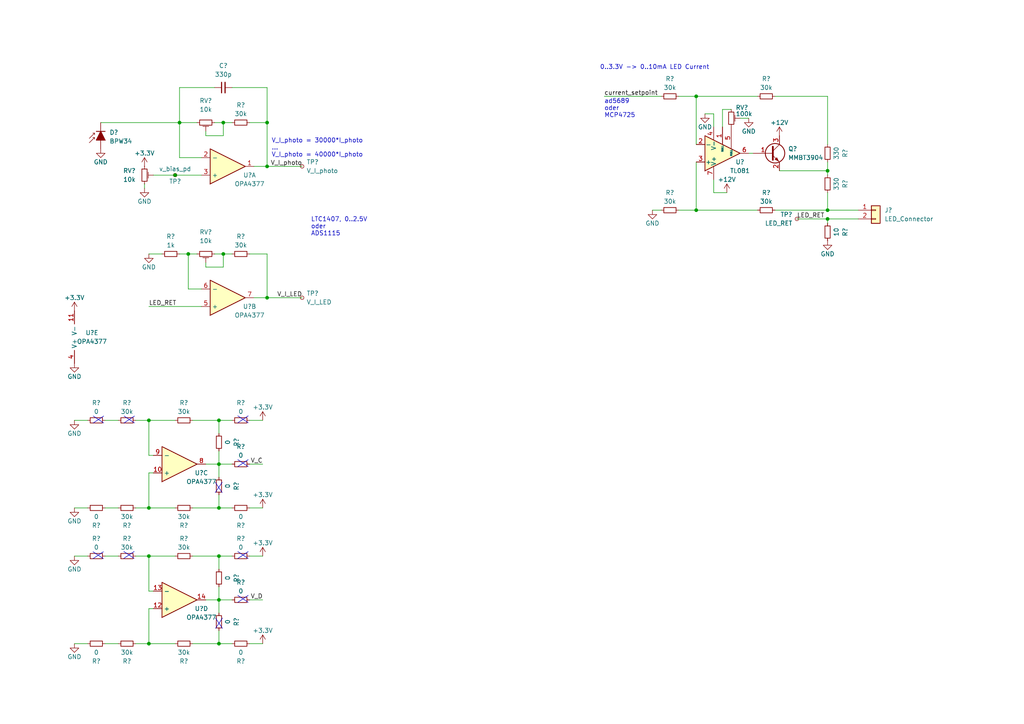
<source format=kicad_sch>
(kicad_sch (version 20211123) (generator eeschema)
  (paper "A4")
  (lib_symbols
    (symbol "Amplifier_Operational:TL081" (pin_names (offset 0.127))
      (property "Reference" "U" (at 0 6.35 0))
      (property "Value" "TL081" (at 0 3.81 0))
      (symbol "TL081_0_1"
        (polyline (pts (xy -5.08 5.08) (xy 5.08 0) (xy -5.08 -5.08) (xy -5.08 5.08)) (stroke (width 0.254)) (fill (type background)))
      )
      (symbol "TL081_1_1"
        (pin input line (at 0 -7.62 90) (length 5.08) (name "NULL") (number "1"))
        (pin input line (at -7.62 -2.54 0) (length 2.54) (name "-") (number "2"))
        (pin input line (at -7.62 2.54 0) (length 2.54) (name "+") (number "3"))
        (pin power_in line (at -2.54 -7.62 90) (length 3.81) (name "V-") (number "4"))
        (pin input line (at 2.54 -7.62 90) (length 6.35) (name "NULL") (number "5"))
        (pin output line (at 7.62 0 180) (length 2.54) (name "~") (number "6"))
        (pin power_in line (at -2.54 7.62 270) (length 3.81) (name "V+") (number "7"))
        (pin no_connect line (at 0 2.54 270) (length 2.54) hide (name "NC") (number "8"))
      )
    )
    (symbol "Connector:TestPoint_Small" (pin_numbers hide) (pin_names (offset 0.762) hide)
      (property "Reference" "TP" (at 0 3.81 0))
      (property "Value" "TestPoint_Small" (at 0 2.032 0))
      (symbol "TestPoint_Small_0_1"
        (circle (center 0 0) (radius 0.508))
      )
      (symbol "TestPoint_Small_1_1"
        (pin passive line (at 0 0 90) (length 0) (name "1") (number "1"))
      )
    )
    (symbol "Connector_Generic:Conn_01x02" (pin_names (offset 1.016) hide)
      (property "Reference" "J" (at 0 2.54 0))
      (property "Value" "Conn_01x02" (at 0 -5.08 0))
      (symbol "Conn_01x02_1_1"
        (rectangle (start -1.27 -2.413) (end 0 -2.667) (stroke (width 0.1524)))
        (rectangle (start -1.27 0.127) (end 0 -0.127) (stroke (width 0.1524)))
        (rectangle (start -1.27 1.27) (end 1.27 -3.81) (stroke (width 0.254)) (fill (type background)))
        (pin passive line (at -5.08 0 0) (length 3.81) (name "Pin_1") (number "1"))
        (pin passive line (at -5.08 -2.54 0) (length 3.81) (name "Pin_2") (number "2"))
      )
    )
    (symbol "Device:C_Small" (pin_numbers hide) (pin_names (offset 0.254) hide)
      (property "Reference" "C" (at 0.254 1.778 0))
      (property "Value" "C_Small" (at 0.254 -2.032 0))
      (symbol "C_Small_0_1"
        (polyline (pts (xy -1.524 -0.508) (xy 1.524 -0.508)) (stroke (width 0.3302)))
        (polyline (pts (xy -1.524 0.508) (xy 1.524 0.508)) (stroke (width 0.3048)))
      )
      (symbol "C_Small_1_1"
        (pin passive line (at 0 2.54 270) (length 2.032) (name "~") (number "1"))
        (pin passive line (at 0 -2.54 90) (length 2.032) (name "~") (number "2"))
      )
    )
    (symbol "Device:D_Photo_Filled" (pin_numbers hide) (pin_names hide)
      (property "Reference" "D" (at 0.508 1.778 0))
      (property "Value" "D_Photo_Filled" (at -1.016 -2.794 0))
      (symbol "D_Photo_Filled_0_1"
        (polyline (pts (xy -2.54 1.27) (xy -2.54 -1.27)) (stroke (width 0.254)))
        (polyline (pts (xy -2.032 1.778) (xy -1.524 1.778)))
        (polyline (pts (xy 0 0) (xy -2.54 0)))
        (polyline (pts (xy -0.508 3.302) (xy -2.032 1.778) (xy -2.032 2.286)))
        (polyline (pts (xy 0 -1.27) (xy 0 1.27) (xy -2.54 0) (xy 0 -1.27)) (stroke (width 0.254)) (fill (type outline)))
        (polyline (pts (xy 0.762 3.302) (xy -0.762 1.778) (xy -0.762 2.286) (xy -0.762 1.778) (xy -0.254 1.778)))
      )
      (symbol "D_Photo_Filled_1_1"
        (pin passive line (at -5.08 0 0) (length 2.54) (name "K") (number "1"))
        (pin passive line (at 2.54 0 180) (length 2.54) (name "A") (number "2"))
      )
    )
    (symbol "Device:Opamp_Quad"
      (property "Reference" "U" (at 0 5.08 0))
      (property "Value" "Opamp_Quad" (at 0 -5.08 0))
      (symbol "Opamp_Quad_1_1"
        (polyline (pts (xy -5.08 5.08) (xy 5.08 0) (xy -5.08 -5.08) (xy -5.08 5.08)) (stroke (width 0.254)) (fill (type background)))
        (pin output line (at 7.62 0 180) (length 2.54) (name "~") (number "1"))
        (pin input line (at -7.62 -2.54 0) (length 2.54) (name "-") (number "2"))
        (pin input line (at -7.62 2.54 0) (length 2.54) (name "+") (number "3"))
      )
      (symbol "Opamp_Quad_2_1"
        (polyline (pts (xy -5.08 5.08) (xy 5.08 0) (xy -5.08 -5.08) (xy -5.08 5.08)) (stroke (width 0.254)) (fill (type background)))
        (pin input line (at -7.62 2.54 0) (length 2.54) (name "+") (number "5"))
        (pin input line (at -7.62 -2.54 0) (length 2.54) (name "-") (number "6"))
        (pin output line (at 7.62 0 180) (length 2.54) (name "~") (number "7"))
      )
      (symbol "Opamp_Quad_3_1"
        (polyline (pts (xy -5.08 5.08) (xy 5.08 0) (xy -5.08 -5.08) (xy -5.08 5.08)) (stroke (width 0.254)) (fill (type background)))
        (pin input line (at -7.62 2.54 0) (length 2.54) (name "+") (number "10"))
        (pin output line (at 7.62 0 180) (length 2.54) (name "~") (number "8"))
        (pin input line (at -7.62 -2.54 0) (length 2.54) (name "-") (number "9"))
      )
      (symbol "Opamp_Quad_4_1"
        (polyline (pts (xy -5.08 5.08) (xy 5.08 0) (xy -5.08 -5.08) (xy -5.08 5.08)) (stroke (width 0.254)) (fill (type background)))
        (pin input line (at -7.62 2.54 0) (length 2.54) (name "+") (number "12"))
        (pin input line (at -7.62 -2.54 0) (length 2.54) (name "-") (number "13"))
        (pin output line (at 7.62 0 180) (length 2.54) (name "~") (number "14"))
      )
      (symbol "Opamp_Quad_5_1"
        (pin power_in line (at -2.54 -7.62 90) (length 3.81) (name "V-") (number "11"))
        (pin power_in line (at -2.54 7.62 270) (length 3.81) (name "V+") (number "4"))
      )
    )
    (symbol "Device:R_Small" (pin_numbers hide) (pin_names (offset 0.254) hide)
      (property "Reference" "R" (at 0.762 0.508 0))
      (property "Value" "R_Small" (at 0.762 -1.016 0))
      (symbol "R_Small_0_1"
        (rectangle (start -0.762 1.778) (end 0.762 -1.778) (stroke (width 0.2032)))
      )
      (symbol "R_Small_1_1"
        (pin passive line (at 0 2.54 270) (length 0.762) (name "~") (number "1"))
        (pin passive line (at 0 -2.54 90) (length 0.762) (name "~") (number "2"))
      )
    )
    (symbol "R_Potentiometer_Trim_Small_1" (pin_numbers hide) (pin_names (offset 1.016) hide)
      (property "Reference" "RV" (at -4.445 0 90))
      (property "Value" "R_Potentiometer_Trim_Small_1" (at -2.54 0 90))
      (symbol "R_Potentiometer_Trim_Small_1_0_1"
        (rectangle (start -0.76 1.78) (end 0.76 -1.78) (stroke (width 0.2032)))
        (polyline (pts (xy 0 -1.78) (xy 0 -2.54)))
        (polyline (pts (xy 0 1.78) (xy 0 2.54)))
        (polyline (pts (xy 1.0885 0.8805) (xy 1.0885 -0.8779)))
        (polyline (pts (xy 1.0941 0) (xy 2.54 0)))
      )
      (symbol "R_Potentiometer_Trim_Small_1_1_1"
        (pin passive line (at 0 2.54 270) (length 0) (name "1") (number "1"))
        (pin passive line (at 2.54 0 180) (length 0) (name "2") (number "2"))
        (pin passive line (at 0 -2.54 90) (length 0) (name "3") (number "3"))
      )
    )
    (symbol "R_Potentiometer_Trim_Small_2" (pin_numbers hide) (pin_names (offset 1.016) hide)
      (property "Reference" "RV" (at -4.445 0 90))
      (property "Value" "R_Potentiometer_Trim_Small_2" (at -2.54 0 90))
      (symbol "R_Potentiometer_Trim_Small_2_0_1"
        (rectangle (start -0.76 1.78) (end 0.76 -1.78) (stroke (width 0.2032)))
        (polyline (pts (xy 0 -1.78) (xy 0 -2.54)))
        (polyline (pts (xy 0 1.78) (xy 0 2.54)))
        (polyline (pts (xy 1.0885 0.8805) (xy 1.0885 -0.8779)))
        (polyline (pts (xy 1.0941 0) (xy 2.54 0)))
      )
      (symbol "R_Potentiometer_Trim_Small_2_1_1"
        (pin passive line (at 0 2.54 270) (length 0) (name "1") (number "1"))
        (pin passive line (at 2.54 0 180) (length 0) (name "2") (number "2"))
        (pin passive line (at 0 -2.54 90) (length 0) (name "3") (number "3"))
      )
    )
    (symbol "Seppl_Device:R_Potentiometer_Trim_Small" (pin_numbers hide) (pin_names (offset 1.016) hide)
      (property "Reference" "RV" (at -4.445 0 90))
      (property "Value" "R_Potentiometer_Trim_Small" (at -2.54 0 90))
      (symbol "R_Potentiometer_Trim_Small_0_1"
        (rectangle (start -0.76 1.78) (end 0.76 -1.78) (stroke (width 0.2032)))
        (polyline (pts (xy 0 -1.78) (xy 0 -2.54)))
        (polyline (pts (xy 0 1.78) (xy 0 2.54)))
        (polyline (pts (xy 1.0885 0.8805) (xy 1.0885 -0.8779)))
        (polyline (pts (xy 1.0941 0) (xy 2.54 0)))
      )
      (symbol "R_Potentiometer_Trim_Small_1_1"
        (pin passive line (at 0 2.54 270) (length 0) (name "1") (number "1"))
        (pin passive line (at 2.54 0 180) (length 0) (name "2") (number "2"))
        (pin passive line (at 0 -2.54 90) (length 0) (name "3") (number "3"))
      )
    )
    (symbol "Transistor_BJT:MMBT3904" (pin_names (offset 0) hide)
      (property "Reference" "Q" (at 5.08 1.905 0))
      (property "Value" "MMBT3904" (at 5.08 0 0))
      (symbol "MMBT3904_0_1"
        (polyline (pts (xy 0.635 0.635) (xy 2.54 2.54)))
        (polyline (pts (xy 0.635 -0.635) (xy 2.54 -2.54) (xy 2.54 -2.54)))
        (polyline (pts (xy 0.635 1.905) (xy 0.635 -1.905) (xy 0.635 -1.905)) (stroke (width 0.508)))
        (polyline (pts (xy 1.27 -1.778) (xy 1.778 -1.27) (xy 2.286 -2.286) (xy 1.27 -1.778) (xy 1.27 -1.778)) (fill (type outline)))
        (circle (center 1.27 0) (radius 2.8194) (stroke (width 0.254)))
      )
      (symbol "MMBT3904_1_1"
        (pin input line (at -5.08 0 0) (length 5.715) (name "B") (number "1"))
        (pin passive line (at 2.54 -5.08 90) (length 2.54) (name "E") (number "2"))
        (pin passive line (at 2.54 5.08 270) (length 2.54) (name "C") (number "3"))
      )
    )
    (symbol "power:+12V" (power) (pin_names (offset 0))
      (property "Value" "+12V" (at 0 3.556 0))
      (symbol "+12V_0_1"
        (polyline (pts (xy -0.762 1.27) (xy 0 2.54)))
        (polyline (pts (xy 0 0) (xy 0 2.54)))
        (polyline (pts (xy 0 2.54) (xy 0.762 1.27)))
      )
      (symbol "+12V_1_1"
        (pin power_in line (at 0 0 90) (length 0) hide (name "+12V") (number "1"))
      )
    )
    (symbol "power:+3.3V" (power) (pin_names (offset 0))
      (property "Value" "+3.3V" (at 0 3.556 0))
      (symbol "+3.3V_0_1"
        (polyline (pts (xy -0.762 1.27) (xy 0 2.54)))
        (polyline (pts (xy 0 0) (xy 0 2.54)))
        (polyline (pts (xy 0 2.54) (xy 0.762 1.27)))
      )
      (symbol "+3.3V_1_1"
        (pin power_in line (at 0 0 90) (length 0) hide (name "+3.3V") (number "1"))
      )
    )
    (symbol "power:GND" (power) (pin_names (offset 0))
      (property "Value" "GND" (at 0 -3.81 0))
      (symbol "GND_0_1"
        (polyline (pts (xy 0 0) (xy 0 -1.27) (xy 1.27 -1.27) (xy 0 -2.54) (xy -1.27 -1.27) (xy 0 -1.27)))
      )
      (symbol "GND_1_1"
        (pin power_in line (at 0 0 270) (length 0) hide (name "GND") (number "1"))
      )
    )
  )
  (junction (at 64.77 73.66))
  (junction (at 63.5 186.69))
  (junction (at 77.47 86.36))
  (junction (at 63.5 173.99))
  (junction (at 240.03 60.96))
  (junction (at 201.93 27.94))
  (junction (at 43.18 147.32))
  (junction (at 77.47 35.56))
  (junction (at 63.5 121.92))
  (junction (at 52.07 35.56))
  (junction (at 240.03 63.5))
  (junction (at 54.61 73.66))
  (junction (at 77.47 48.26))
  (junction (at 43.18 161.29))
  (junction (at 240.03 49.53))
  (junction (at 50.8 50.8))
  (junction (at 43.18 121.92))
  (junction (at 63.5 147.32))
  (junction (at 63.5 134.62))
  (junction (at 64.77 35.56))
  (junction (at 63.5 161.29))
  (junction (at 201.93 60.96))
  (junction (at 43.18 186.69))
  (wire (pts (xy 29.21 35.56) (xy 52.07 35.56)))
  (wire (pts (xy 52.07 35.56) (xy 52.07 45.72)))
  (wire (pts (xy 44.45 50.8) (xy 50.8 50.8)))
  (wire (pts (xy 240.03 55.88) (xy 240.03 60.96)))
  (wire (pts (xy 63.5 170.18) (xy 63.5 173.99)))
  (wire (pts (xy 59.69 39.37) (xy 64.77 39.37)))
  (wire (pts (xy 77.47 35.56) (xy 77.47 48.26)))
  (wire (pts (xy 207.01 33.02) (xy 207.01 36.83)))
  (wire (pts (xy 52.07 35.56) (xy 57.15 35.56)))
  (wire (pts (xy 248.92 63.5) (xy 240.03 63.5)))
  (wire (pts (xy 43.18 186.69) (xy 50.8 186.69)))
  (wire (pts (xy 63.5 173.99) (xy 67.31 173.99)))
  (wire (pts (xy 55.88 161.29) (xy 63.5 161.29)))
  (wire (pts (xy 72.39 35.56) (xy 77.47 35.56)))
  (wire (pts (xy 240.03 60.96) (xy 248.92 60.96)))
  (wire (pts (xy 63.5 143.51) (xy 63.5 147.32)))
  (wire (pts (xy 63.5 182.88) (xy 63.5 186.69)))
  (wire (pts (xy 224.79 60.96) (xy 240.03 60.96)))
  (wire (pts (xy 72.39 173.99) (xy 76.2 173.99)))
  (wire (pts (xy 59.69 38.1) (xy 59.69 39.37)))
  (wire (pts (xy 63.5 134.62) (xy 67.31 134.62)))
  (wire (pts (xy 59.69 77.47) (xy 64.77 77.47)))
  (wire (pts (xy 63.5 121.92) (xy 67.31 121.92)))
  (wire (pts (xy 76.2 161.29) (xy 72.39 161.29)))
  (wire (pts (xy 52.07 73.66) (xy 54.61 73.66)))
  (wire (pts (xy 77.47 25.4) (xy 77.47 35.56)))
  (wire (pts (xy 212.09 31.75) (xy 209.55 31.75)))
  (wire (pts (xy 39.37 121.92) (xy 43.18 121.92)))
  (wire (pts (xy 63.5 125.73) (xy 63.5 121.92)))
  (wire (pts (xy 44.45 176.53) (xy 43.18 176.53)))
  (wire (pts (xy 240.03 46.99) (xy 240.03 49.53)))
  (wire (pts (xy 21.59 186.69) (xy 25.4 186.69)))
  (wire (pts (xy 64.77 35.56) (xy 64.77 39.37)))
  (wire (pts (xy 54.61 73.66) (xy 54.61 83.82)))
  (wire (pts (xy 210.82 55.88) (xy 207.01 55.88)))
  (wire (pts (xy 77.47 86.36) (xy 87.63 86.36)))
  (wire (pts (xy 30.48 121.92) (xy 34.29 121.92)))
  (wire (pts (xy 67.31 25.4) (xy 77.47 25.4)))
  (wire (pts (xy 63.5 147.32) (xy 67.31 147.32)))
  (wire (pts (xy 52.07 25.4) (xy 62.23 25.4)))
  (wire (pts (xy 44.45 137.16) (xy 43.18 137.16)))
  (wire (pts (xy 72.39 73.66) (xy 77.47 73.66)))
  (wire (pts (xy 58.42 83.82) (xy 54.61 83.82)))
  (wire (pts (xy 50.8 121.92) (xy 43.18 121.92)))
  (wire (pts (xy 207.01 52.07) (xy 207.01 55.88)))
  (wire (pts (xy 76.2 121.92) (xy 72.39 121.92)))
  (wire (pts (xy 59.69 134.62) (xy 63.5 134.62)))
  (wire (pts (xy 54.61 73.66) (xy 57.15 73.66)))
  (wire (pts (xy 50.8 161.29) (xy 43.18 161.29)))
  (wire (pts (xy 201.93 27.94) (xy 219.71 27.94)))
  (wire (pts (xy 39.37 186.69) (xy 43.18 186.69)))
  (wire (pts (xy 67.31 161.29) (xy 63.5 161.29)))
  (wire (pts (xy 39.37 147.32) (xy 43.18 147.32)))
  (wire (pts (xy 58.42 50.8) (xy 50.8 50.8)))
  (wire (pts (xy 73.66 48.26) (xy 77.47 48.26)))
  (wire (pts (xy 64.77 73.66) (xy 67.31 73.66)))
  (wire (pts (xy 204.47 33.02) (xy 207.01 33.02)))
  (wire (pts (xy 43.18 132.08) (xy 44.45 132.08)))
  (wire (pts (xy 63.5 165.1) (xy 63.5 161.29)))
  (wire (pts (xy 43.18 137.16) (xy 43.18 147.32)))
  (wire (pts (xy 201.93 60.96) (xy 219.71 60.96)))
  (wire (pts (xy 52.07 25.4) (xy 52.07 35.56)))
  (wire (pts (xy 43.18 176.53) (xy 43.18 186.69)))
  (wire (pts (xy 77.47 48.26) (xy 87.63 48.26)))
  (wire (pts (xy 43.18 73.66) (xy 46.99 73.66)))
  (wire (pts (xy 64.77 73.66) (xy 64.77 77.47)))
  (wire (pts (xy 43.18 88.9) (xy 58.42 88.9)))
  (wire (pts (xy 21.59 147.32) (xy 25.4 147.32)))
  (wire (pts (xy 43.18 147.32) (xy 50.8 147.32)))
  (wire (pts (xy 30.48 147.32) (xy 34.29 147.32)))
  (wire (pts (xy 201.93 41.91) (xy 201.93 27.94)))
  (wire (pts (xy 59.69 76.2) (xy 59.69 77.47)))
  (wire (pts (xy 196.85 60.96) (xy 201.93 60.96)))
  (wire (pts (xy 62.23 73.66) (xy 64.77 73.66)))
  (wire (pts (xy 39.37 161.29) (xy 43.18 161.29)))
  (wire (pts (xy 63.5 186.69) (xy 67.31 186.69)))
  (wire (pts (xy 63.5 130.81) (xy 63.5 134.62)))
  (wire (pts (xy 217.17 44.45) (xy 218.44 44.45)))
  (wire (pts (xy 209.55 31.75) (xy 209.55 36.83)))
  (wire (pts (xy 240.03 41.91) (xy 240.03 27.94)))
  (wire (pts (xy 226.06 49.53) (xy 240.03 49.53)))
  (wire (pts (xy 231.14 63.5) (xy 240.03 63.5)))
  (wire (pts (xy 43.18 121.92) (xy 43.18 132.08)))
  (wire (pts (xy 21.59 121.92) (xy 25.4 121.92)))
  (wire (pts (xy 62.23 35.56) (xy 64.77 35.56)))
  (wire (pts (xy 240.03 49.53) (xy 240.03 50.8)))
  (wire (pts (xy 63.5 134.62) (xy 63.5 138.43)))
  (wire (pts (xy 21.59 161.29) (xy 25.4 161.29)))
  (wire (pts (xy 76.2 134.62) (xy 72.39 134.62)))
  (wire (pts (xy 77.47 73.66) (xy 77.47 86.36)))
  (wire (pts (xy 76.2 147.32) (xy 72.39 147.32)))
  (wire (pts (xy 43.18 161.29) (xy 43.18 171.45)))
  (wire (pts (xy 240.03 27.94) (xy 224.79 27.94)))
  (wire (pts (xy 55.88 121.92) (xy 63.5 121.92)))
  (wire (pts (xy 59.69 173.99) (xy 63.5 173.99)))
  (wire (pts (xy 189.23 60.96) (xy 191.77 60.96)))
  (wire (pts (xy 52.07 45.72) (xy 58.42 45.72)))
  (wire (pts (xy 214.63 34.29) (xy 217.17 34.29)))
  (wire (pts (xy 201.93 46.99) (xy 201.93 60.96)))
  (wire (pts (xy 41.91 54.61) (xy 41.91 53.34)))
  (wire (pts (xy 175.26 27.94) (xy 191.77 27.94)))
  (wire (pts (xy 30.48 161.29) (xy 34.29 161.29)))
  (wire (pts (xy 76.2 186.69) (xy 72.39 186.69)))
  (wire (pts (xy 240.03 63.5) (xy 240.03 64.77)))
  (wire (pts (xy 55.88 147.32) (xy 63.5 147.32)))
  (wire (pts (xy 64.77 35.56) (xy 67.31 35.56)))
  (wire (pts (xy 30.48 186.69) (xy 34.29 186.69)))
  (wire (pts (xy 43.18 171.45) (xy 44.45 171.45)))
  (wire (pts (xy 55.88 186.69) (xy 63.5 186.69)))
  (wire (pts (xy 77.47 86.36) (xy 73.66 86.36)))
  (wire (pts (xy 63.5 173.99) (xy 63.5 177.8)))
  (wire (pts (xy 196.85 27.94) (xy 201.93 27.94)))
  (text "X" (at 64.9702 143.5021 180) (effects (font (size 3 3)) (justify right bottom)))
  (text "LTC1407, 0..2.5V\noder\nADS1115" (at 90.17 68.58 0) (effects (font (size 1.27 1.27)) (justify left bottom)))
  (text "X" (at 39.2872 162.7321 90) (effects (font (size 3 3)) (justify left bottom)))
  (text "X" (at 72.3573 123.3969 90) (effects (font (size 3 3)) (justify left bottom)))
  (text "X" (at 30.3577 162.8092 90) (effects (font (size 3 3)) (justify left bottom)))
  (text "X" (at 39.37 123.4484 90) (effects (font (size 3 3)) (justify left bottom)))
  (text "X" (at 72.3573 175.4669 90) (effects (font (size 3 3)) (justify left bottom)))
  (text "ad5689\noder\nMCP4725" (at 175.26 34.29 0) (effects (font (size 1.27 1.27)) (justify left bottom)))
  (text "X" (at 72.3573 136.0969 90) (effects (font (size 3 3)) (justify left bottom)))
  (text "0..3.3V -> 0..10mA LED Current" (at 173.99 20.32 0) (effects (font (size 1.27 1.27)) (justify left bottom)))
  (text "X" (at 65.0489 182.8842 180) (effects (font (size 3 3)) (justify right bottom)))
  (text "X" (at 30.4381 123.4484 90) (effects (font (size 3 3)) (justify left bottom)))
  (text "V_I_photo = 30000*I_photo\n...\nV_I_photo = 40000*I_photo" (at 78.74 45.72 0) (effects (font (size 1.27 1.27)) (justify left bottom)))
  (text "X" (at 72.3573 162.7669 90) (effects (font (size 3 3)) (justify left bottom)))
  (label "V_I_LED" (at 87.63 86.36 180))
  (label "V_D" (at 76.2 173.99 180))
  (label "LED_RET" (at 231.14 63.5 0))
  (label "V_C" (at 76.2 134.62 180))
  (label "LED_RET" (at 43.18 88.9 0))
  (label "V_I_photo" (at 87.63 48.26 180))
  (label "current_setpoint" (at 175.26 27.94 0))
  (symbol (lib_id "Device:R_Small") (at 69.85 186.69 90) (mirror x) (unit 1)
    (property "Reference" "R?" (at 69.85 191.77 90))
    (property "Value" "0" (at 69.85 189.23 90))
  )
  (symbol (lib_id "Device:R_Small") (at 69.85 161.29 90) (unit 1)
    (property "Reference" "R?" (at 69.85 156.21 90))
    (property "Value" "0" (at 69.85 158.75 90))
  )
  (symbol (lib_id "Device:R_Small") (at 222.25 27.94 90) (unit 1)
    (property "Reference" "R?" (at 222.25 22.86 90))
    (property "Value" "30k" (at 222.25 25.4 90))
  )
  (symbol (lib_id "power:GND") (at 21.59 147.32 0) (unit 1)
    (property "Reference" "#PWR?" (effects hide))
    (property "Value" "GND" (at 21.59 151.13 0))
  )
  (symbol (lib_id "power:GND") (at 21.59 161.29 0) (unit 1)
    (property "Reference" "#PWR?" (effects hide))
    (property "Value" "GND" (at 21.59 165.1 0))
  )
  (symbol (lib_id "Device:R_Small") (at 240.03 67.31 0) (mirror x) (unit 1)
    (property "Reference" "R?" (at 245.11 67.31 90))
    (property "Value" "10" (at 242.57 67.31 90))
  )
  (symbol (lib_id "power:GND") (at 21.59 105.41 0) (unit 1)
    (property "Reference" "#PWR?" (effects hide))
    (property "Value" "GND" (at 21.59 109.22 0))
  )
  (symbol (lib_id "power:GND") (at 41.91 54.61 0) (unit 1)
    (property "Reference" "#PWR?" (effects hide))
    (property "Value" "GND" (at 41.91 58.42 0))
  )
  (symbol (lib_id "Device:D_Photo_Filled") (at 29.21 40.64 90) (mirror x) (unit 1)
    (property "Reference" "D?" (at 31.75 38.4174 90) (effects (justify right)))
    (property "Value" "BPW34" (at 31.75 40.9574 90) (effects (justify right)))
  )
  (symbol (lib_id "Device:Opamp_Quad") (at 52.07 134.62 0) (mirror x) (unit 3)
    (property "Reference" "U?" (at 58.42 137.16 0))
    (property "Value" "OPA4377" (at 58.42 139.7 0))
  )
  (symbol (lib_id "Device:Opamp_Quad") (at 66.04 48.26 0) (mirror x) (unit 1)
    (property "Reference" "U?" (at 72.39 50.8 0))
    (property "Value" "OPA4377" (at 72.39 53.34 0))
  )
  (symbol (lib_id "Device:Opamp_Quad") (at 24.13 97.79 0) (mirror x) (unit 5)
    (property "Reference" "U?" (at 26.67 96.52 0))
    (property "Value" "OPA4377" (at 26.67 99.06 0))
  )
  (symbol (lib_id "Device:Opamp_Quad") (at 52.07 173.99 0) (mirror x) (unit 4)
    (property "Reference" "U?" (at 58.42 176.53 0))
    (property "Value" "OPA4377" (at 58.42 179.07 0))
  )
  (symbol (lib_id "Device:R_Small") (at 36.83 161.29 90) (unit 1)
    (property "Reference" "R?" (at 36.83 156.21 90))
    (property "Value" "30k" (at 36.83 158.75 90))
  )
  (symbol (lib_id "Device:R_Small") (at 36.83 186.69 90) (mirror x) (unit 1)
    (property "Reference" "R?" (at 36.83 191.77 90))
    (property "Value" "30k" (at 36.83 189.23 90))
  )
  (symbol (lib_id "Device:R_Small") (at 49.53 73.66 90) (unit 1)
    (property "Reference" "R?" (at 49.53 68.58 90))
    (property "Value" "1k" (at 49.53 71.12 90))
  )
  (symbol (lib_id "Connector:TestPoint_Small") (at 50.8 50.8 180) (unit 1)
    (property "Reference" "TP?" (at 50.8 53.34 0) (effects (justify top)))
    (property "Value" "v_bias_pd" (at 50.8 48.26 0) (effects (justify bottom)))
  )
  (symbol (lib_id "Device:R_Small") (at 63.5 128.27 0) (mirror x) (unit 1)
    (property "Reference" "R?" (at 68.58 128.27 90))
    (property "Value" "0" (at 66.04 128.27 90))
  )
  (symbol (lib_id "Device:R_Small") (at 53.34 186.69 90) (mirror x) (unit 1)
    (property "Reference" "R?" (at 53.34 191.77 90))
    (property "Value" "30k" (at 53.34 189.23 90))
  )
  (symbol (lib_id "Device:R_Small") (at 27.94 161.29 90) (unit 1)
    (property "Reference" "R?" (at 27.94 156.21 90))
    (property "Value" "0" (at 27.94 158.75 90))
  )
  (symbol (lib_id "Amplifier_Operational:TL081") (at 209.55 44.45 0) (mirror x) (unit 1)
    (property "Reference" "U?" (at 214.63 46.99 0))
    (property "Value" "TL081" (at 214.63 49.53 0))
    (property "Datasheet" "http://www.ti.com/lit/ds/symlink/tl081.pdf" (effects hide))
  )
  (symbol (lib_id "Device:C_Small") (at 64.77 25.4 90) (unit 1)
    (property "Reference" "C?" (at 64.7763 19.05 90))
    (property "Value" "330p" (at 64.7763 21.59 90))
  )
  (symbol (lib_id "power:GND") (at 189.23 60.96 0) (unit 1)
    (property "Reference" "#PWR?" (effects hide))
    (property "Value" "GND" (at 189.23 64.77 0))
  )
  (symbol (lib_id "power:GND") (at 21.59 186.69 0) (unit 1)
    (property "Reference" "#PWR?" (effects hide))
    (property "Value" "GND" (at 21.59 190.5 0))
  )
  (symbol (lib_id "power:+3.3V") (at 76.2 186.69 0) (unit 1)
    (property "Reference" "#PWR?" (effects hide))
    (property "Value" "+3.3V" (at 76.2 182.88 0))
  )
  (symbol (lib_id "power:GND") (at 240.03 69.85 0) (unit 1)
    (property "Reference" "#PWR?" (effects hide))
    (property "Value" "GND" (at 240.03 73.66 0))
  )
  (symbol (lib_id "Device:R_Small") (at 240.03 44.45 0) (mirror x) (unit 1)
    (property "Reference" "R?" (at 245.11 44.45 90))
    (property "Value" "330" (at 242.57 44.45 90))
  )
  (symbol (lib_id "Connector_Generic:Conn_01x02") (at 254 60.96 0) (unit 1)
    (property "Reference" "J?" (at 256.54 60.9599 0) (effects (justify left)))
    (property "Value" "LED_Connector" (at 256.54 63.4999 0) (effects (justify left)))
  )
  (symbol (lib_id "Connector:TestPoint_Small") (at 231.14 63.5 0) (mirror x) (unit 1)
    (property "Reference" "TP?" (at 229.87 62.2299 0) (effects (justify right)))
    (property "Value" "LED_RET" (at 229.87 64.7699 0) (effects (justify right)))
  )
  (symbol (lib_id "Device:R_Small") (at 222.25 60.96 90) (unit 1)
    (property "Reference" "R?" (at 222.25 55.88 90))
    (property "Value" "30k" (at 222.25 58.42 90))
  )
  (symbol (lib_id "Device:R_Small") (at 69.85 173.99 90) (unit 1)
    (property "Reference" "R?" (at 69.85 168.91 90))
    (property "Value" "0" (at 69.85 171.45 90))
  )
  (symbol (lib_id "Device:Opamp_Quad") (at 66.04 86.36 0) (mirror x) (unit 2)
    (property "Reference" "U?" (at 72.39 88.9 0))
    (property "Value" "OPA4377" (at 72.39 91.44 0))
  )
  (symbol (lib_name "R_Potentiometer_Trim_Small_1") (lib_id "Seppl_Device:R_Potentiometer_Trim_Small") (at 41.91 50.8 0) (unit 1)
    (property "Reference" "RV?" (at 39.37 49.5299 0) (effects (justify right)))
    (property "Value" "10k" (at 39.37 52.0699 0) (effects (justify right)))
  )
  (symbol (lib_id "power:GND") (at 217.17 34.29 0) (unit 1)
    (property "Reference" "#PWR?" (effects hide))
    (property "Value" "GND" (at 217.17 38.1 0))
  )
  (symbol (lib_id "Device:R_Small") (at 63.5 140.97 0) (mirror x) (unit 1)
    (property "Reference" "R?" (at 68.58 140.97 90))
    (property "Value" "0" (at 66.04 140.97 90))
  )
  (symbol (lib_id "power:+12V") (at 210.82 55.88 0) (unit 1)
    (property "Reference" "#PWR?" (effects hide))
    (property "Value" "+12V" (at 210.82 52.07 0))
  )
  (symbol (lib_id "power:+3.3V") (at 76.2 161.29 0) (unit 1)
    (property "Reference" "#PWR?" (effects hide))
    (property "Value" "+3.3V" (at 76.2 157.48 0))
  )
  (symbol (lib_id "Connector:TestPoint_Small") (at 87.63 48.26 0) (unit 1)
    (property "Reference" "TP?" (at 88.9 46.9899 0) (effects (justify left)))
    (property "Value" "V_I_photo" (at 88.9 49.5299 0) (effects (justify left)))
  )
  (symbol (lib_id "Device:R_Small") (at 194.31 60.96 90) (unit 1)
    (property "Reference" "R?" (at 194.31 55.88 90))
    (property "Value" "30k" (at 194.31 58.42 90))
  )
  (symbol (lib_id "Device:R_Small") (at 240.03 53.34 0) (mirror x) (unit 1)
    (property "Reference" "R?" (at 245.11 53.34 90))
    (property "Value" "330" (at 242.57 53.34 90))
  )
  (symbol (lib_id "power:GND") (at 204.47 33.02 0) (unit 1)
    (property "Reference" "#PWR?" (effects hide))
    (property "Value" "GND" (at 204.47 36.83 0))
  )
  (symbol (lib_id "Device:R_Small") (at 63.5 180.34 0) (mirror x) (unit 1)
    (property "Reference" "R?" (at 68.58 180.34 90))
    (property "Value" "0" (at 66.04 180.34 90))
  )
  (symbol (lib_id "Connector:TestPoint_Small") (at 87.63 86.36 0) (unit 1)
    (property "Reference" "TP?" (at 88.9 85.0899 0) (effects (justify left)))
    (property "Value" "V_I_LED" (at 88.9 87.6299 0) (effects (justify left)))
  )
  (symbol (lib_id "Device:R_Small") (at 36.83 121.92 90) (unit 1)
    (property "Reference" "R?" (at 36.83 116.84 90))
    (property "Value" "30k" (at 36.83 119.38 90))
  )
  (symbol (lib_id "power:+12V") (at 226.06 39.37 0) (unit 1)
    (property "Reference" "#PWR?" (effects hide))
    (property "Value" "+12V" (at 226.06 35.56 0))
  )
  (symbol (lib_id "power:+3.3V") (at 76.2 147.32 0) (unit 1)
    (property "Reference" "#PWR?" (effects hide))
    (property "Value" "+3.3V" (at 76.2 143.51 0))
  )
  (symbol (lib_name "R_Potentiometer_Trim_Small_2") (lib_id "Seppl_Device:R_Potentiometer_Trim_Small") (at 59.69 35.56 270) (unit 1)
    (property "Reference" "RV?" (at 59.69 29.21 90))
    (property "Value" "10k" (at 59.69 31.75 90))
  )
  (symbol (lib_id "power:GND") (at 29.21 43.18 0) (unit 1)
    (property "Reference" "#PWR?" (effects hide))
    (property "Value" "GND" (at 29.21 46.99 0))
  )
  (symbol (lib_id "Device:R_Small") (at 36.83 147.32 90) (mirror x) (unit 1)
    (property "Reference" "R?" (at 36.83 152.4 90))
    (property "Value" "30k" (at 36.83 149.86 90))
  )
  (symbol (lib_id "Device:R_Small") (at 27.94 186.69 90) (mirror x) (unit 1)
    (property "Reference" "R?" (at 27.94 191.77 90))
    (property "Value" "0" (at 27.94 189.23 90))
  )
  (symbol (lib_id "Device:R_Small") (at 53.34 147.32 90) (mirror x) (unit 1)
    (property "Reference" "R?" (at 53.34 152.4 90))
    (property "Value" "30k" (at 53.34 149.86 90))
  )
  (symbol (lib_id "power:GND") (at 21.59 121.92 0) (unit 1)
    (property "Reference" "#PWR?" (effects hide))
    (property "Value" "GND" (at 21.59 125.73 0))
  )
  (symbol (lib_name "R_Potentiometer_Trim_Small_2") (lib_id "Seppl_Device:R_Potentiometer_Trim_Small") (at 59.69 73.66 270) (unit 1)
    (property "Reference" "RV?" (at 59.69 67.31 90))
    (property "Value" "10k" (at 59.69 69.85 90))
  )
  (symbol (lib_id "Device:R_Small") (at 69.85 121.92 90) (unit 1)
    (property "Reference" "R?" (at 69.85 116.84 90))
    (property "Value" "0" (at 69.85 119.38 90))
  )
  (symbol (lib_id "power:GND") (at 43.18 73.66 0) (unit 1)
    (property "Reference" "#PWR?" (effects hide))
    (property "Value" "GND" (at 43.18 77.47 0))
  )
  (symbol (lib_id "power:+3.3V") (at 76.2 121.92 0) (unit 1)
    (property "Reference" "#PWR?" (effects hide))
    (property "Value" "+3.3V" (at 76.2 118.11 0))
  )
  (symbol (lib_id "Seppl_Device:R_Potentiometer_Trim_Small") (at 212.09 34.29 0) (unit 1)
    (property "Reference" "RV?" (at 213.36 30.48 0) (effects (justify left top)))
    (property "Value" "100k" (at 213.36 33.02 0) (effects (justify left)))
  )
  (symbol (lib_id "Device:R_Small") (at 69.85 134.62 90) (unit 1)
    (property "Reference" "R?" (at 69.85 129.54 90))
    (property "Value" "0" (at 69.85 132.08 90))
  )
  (symbol (lib_id "Device:R_Small") (at 63.5 167.64 0) (mirror x) (unit 1)
    (property "Reference" "R?" (at 68.58 167.64 90))
    (property "Value" "0" (at 66.04 167.64 90))
  )
  (symbol (lib_id "Device:R_Small") (at 194.31 27.94 90) (unit 1)
    (property "Reference" "R?" (at 194.31 22.86 90))
    (property "Value" "30k" (at 194.31 25.4 90))
  )
  (symbol (lib_id "Device:R_Small") (at 69.85 73.66 90) (unit 1)
    (property "Reference" "R?" (at 69.85 68.58 90))
    (property "Value" "30k" (at 69.85 71.12 90))
  )
  (symbol (lib_id "Device:R_Small") (at 27.94 121.92 90) (unit 1)
    (property "Reference" "R?" (at 27.94 116.84 90))
    (property "Value" "0" (at 27.94 119.38 90))
  )
  (symbol (lib_id "Device:R_Small") (at 53.34 161.29 90) (unit 1)
    (property "Reference" "R?" (at 53.34 156.21 90))
    (property "Value" "30k" (at 53.34 158.75 90))
  )
  (symbol (lib_id "Device:R_Small") (at 69.85 35.56 90) (unit 1)
    (property "Reference" "R?" (at 69.85 30.48 90))
    (property "Value" "30k" (at 69.85 33.02 90))
  )
  (symbol (lib_id "Device:R_Small") (at 69.85 147.32 90) (mirror x) (unit 1)
    (property "Reference" "R?" (at 69.85 152.4 90))
    (property "Value" "0" (at 69.85 149.86 90))
  )
  (symbol (lib_id "power:+3.3V") (at 41.91 48.26 0) (unit 1)
    (property "Reference" "#PWR?" (effects hide))
    (property "Value" "+3.3V" (at 41.91 44.45 0))
  )
  (symbol (lib_id "Transistor_BJT:MMBT3904") (at 223.52 44.45 0) (unit 1)
    (property "Reference" "Q?" (at 228.6 43.1799 0) (effects (justify left)))
    (property "Value" "MMBT3904" (at 228.6 45.7199 0) (effects (justify left)))
    (property "Footprint" "Package_TO_SOT_SMD:SOT-23" (effects hide))
    (property "Datasheet" "https://www.onsemi.com/pub/Collateral/2N3903-D.PDF" (effects hide))
  )
  (symbol (lib_id "power:+3.3V") (at 21.59 90.17 0) (unit 1)
    (property "Reference" "#PWR?" (effects hide))
    (property "Value" "+3.3V" (at 21.59 86.36 0))
  )
  (symbol (lib_id "Device:R_Small") (at 27.94 147.32 90) (mirror x) (unit 1)
    (property "Reference" "R?" (at 27.94 152.4 90))
    (property "Value" "0" (at 27.94 149.86 90))
  )
  (symbol (lib_id "Device:R_Small") (at 53.34 121.92 90) (unit 1)
    (property "Reference" "R?" (at 53.34 116.84 90))
    (property "Value" "30k" (at 53.34 119.38 90))
  )
)
</source>
